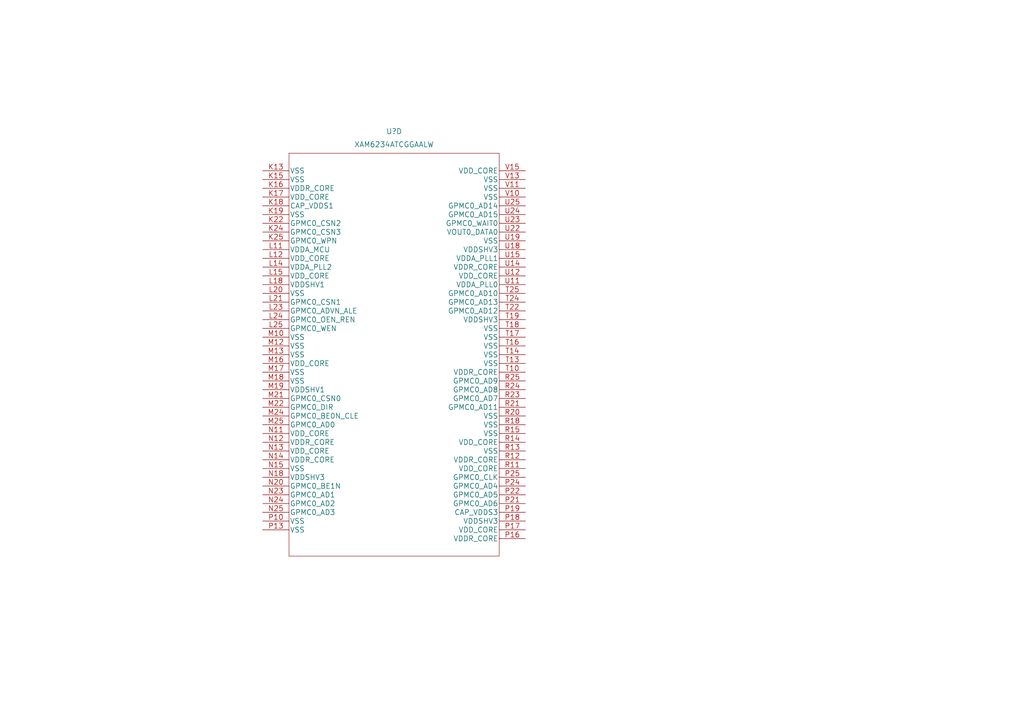
<source format=kicad_sch>
(kicad_sch (version 20211123) (generator eeschema)
  (paper "A4")
  (lib_symbols
    (symbol "XAM6234ATCGGAALW:XAM6234ATCGGAALW" (pin_names (offset 0.254))
      (property "Reference" "U" (at 45.72 10.16 0))
      (property "Value" "XAM6234ATCGGAALW" (at 45.72 7.62 0))
      (symbol "XAM6234ATCGGAALW_1_1"
        (polyline (pts (xy 7.62 -111.76) (xy 83.82 -111.76)) (stroke (width 0.127)))
        (polyline (pts (xy 7.62 5.08) (xy 7.62 -111.76)) (stroke (width 0.127)))
        (polyline (pts (xy 83.82 -111.76) (xy 83.82 5.08)) (stroke (width 0.127)))
        (polyline (pts (xy 83.82 5.08) (xy 7.62 5.08)) (stroke (width 0.127)))
        (pin power_in line (at 0 0 0) (length 7.62) (name "VSS") (number "A1"))
        (pin unspecified line (at 0 -2.54 0) (length 7.62) (name "RSVD1") (number "A2"))
        (pin output line (at 0 -5.08 0) (length 7.62) (name "MCU_OSC0_XO") (number "A3"))
        (pin bidirectional line (at 0 -7.62 0) (length 7.62) (name "WKUP_UART0_RTSN") (number "A4"))
        (pin bidirectional line (at 0 -10.16 0) (length 7.62) (name "MCU_UART0_TXD") (number "A5"))
        (pin bidirectional line (at 0 -12.7 0) (length 7.62) (name "MCU_UART0_CTSN") (number "A6"))
        (pin bidirectional line (at 0 -15.24 0) (length 7.62) (name "MCU_SPI0_CLK") (number "A7"))
        (pin bidirectional line (at 0 -17.78 0) (length 7.62) (name "MCU_I2C0_SCL") (number "A8"))
        (pin bidirectional line (at 0 -20.32 0) (length 7.62) (name "WKUP_I2C0_SDA") (number "A9"))
        (pin unspecified line (at 0 -22.86 0) (length 7.62) (name "RSVD0") (number "B1"))
        (pin input line (at 0 -25.4 0) (length 7.62) (name "MCU_OSC0_XI") (number "B2"))
        (pin bidirectional line (at 0 -27.94 0) (length 7.62) (name "MCU_MCAN0_RX") (number "B3"))
        (pin bidirectional line (at 0 -30.48 0) (length 7.62) (name "WKUP_UART0_RXD") (number "B4"))
        (pin bidirectional line (at 0 -33.02 0) (length 7.62) (name "MCU_UART0_RXD") (number "B5"))
        (pin bidirectional line (at 0 -35.56 0) (length 7.62) (name "MCU_UART0_RTSN") (number "B6"))
        (pin bidirectional line (at 0 -38.1 0) (length 7.62) (name "PMIC_LPM_EN0") (number "B7"))
        (pin bidirectional line (at 0 -40.64 0) (length 7.62) (name "MCU_SPI0_CS1") (number "B8"))
        (pin bidirectional line (at 0 -43.18 0) (length 7.62) (name "WKUP_I2C0_SCL") (number "B9"))
        (pin bidirectional line (at 0 -45.72 0) (length 7.62) (name "WKUP_LFOSC0_XO") (number "C1"))
        (pin input line (at 0 -48.26 0) (length 7.62) (name "WKUP_LFOSC0_XI") (number "C2"))
        (pin bidirectional line (at 0 -50.8 0) (length 7.62) (name "WKUP_UART0_TXD") (number "C5"))
        (pin bidirectional line (at 0 -53.34 0) (length 7.62) (name "WKUP_UART0_CTSN") (number "C6"))
        (pin bidirectional line (at 0 -55.88 0) (length 7.62) (name "MCU_SPI0_D1") (number "C9"))
        (pin bidirectional line (at 0 -58.42 0) (length 7.62) (name "MCU_ERRORN") (number "D1"))
        (pin bidirectional line (at 0 -60.96 0) (length 7.62) (name "MCU_PORZ") (number "D2"))
        (pin bidirectional line (at 0 -63.5 0) (length 7.62) (name "MCU_MCAN1_RX") (number "D4"))
        (pin bidirectional line (at 0 -66.04 0) (length 7.62) (name "MCU_MCAN0_TX") (number "D6"))
        (pin bidirectional line (at 0 -68.58 0) (length 7.62) (name "MCU_SPI0_D0") (number "D9"))
        (pin bidirectional line (at 0 -71.12 0) (length 7.62) (name "DDR0_DQS0") (number "E1"))
        (pin bidirectional line (at 0 -73.66 0) (length 7.62) (name "DDR0_DQS0_N") (number "E2"))
        (pin bidirectional line (at 0 -76.2 0) (length 7.62) (name "DDR0_DQ4") (number "E3"))
        (pin bidirectional line (at 0 -78.74 0) (length 7.62) (name "MCU_MCAN1_TX") (number "E5"))
        (pin unspecified line (at 0 -81.28 0) (length 7.62) (name "RSVD8") (number "E7"))
        (pin bidirectional line (at 0 -83.82 0) (length 7.62) (name "MCU_SPI0_CS0") (number "E8"))
        (pin bidirectional line (at 0 -86.36 0) (length 7.62) (name "DDR0_DQ7") (number "F1"))
        (pin bidirectional line (at 0 -88.9 0) (length 7.62) (name "DDR0_DQ6") (number "F2"))
        (pin bidirectional line (at 0 -91.44 0) (length 7.62) (name "DDR0_DQ2") (number "F3"))
        (pin bidirectional line (at 0 -93.98 0) (length 7.62) (name "DDR0_DQ0") (number "F4"))
        (pin unspecified line (at 0 -96.52 0) (length 7.62) (name "RSVD2") (number "F6"))
        (pin power_in line (at 0 -99.06 0) (length 7.62) (name "VDD_CANUART") (number "F8"))
        (pin output line (at 0 -101.6 0) (length 7.62) (name "DDR0_RESET0_N") (number "G1"))
        (pin bidirectional line (at 0 -104.14 0) (length 7.62) (name "DDR0_DQ5") (number "G2"))
        (pin bidirectional line (at 91.44 -106.68 180) (length 7.62) (name "DDR0_DQ1") (number "G5"))
        (pin power_in line (at 91.44 -104.14 180) (length 7.62) (name "VDDS_OSC0") (number "G7"))
        (pin unspecified line (at 91.44 -101.6 180) (length 7.62) (name "CAP_VDDS_CANUART") (number "G9"))
        (pin output line (at 91.44 -99.06 180) (length 7.62) (name "DDR0_ODT0") (number "H1"))
        (pin output line (at 91.44 -96.52 180) (length 7.62) (name "DDR0_CKE0") (number "H2"))
        (pin bidirectional line (at 91.44 -93.98 180) (length 7.62) (name "DDR0_DM0") (number "H5"))
        (pin bidirectional line (at 91.44 -91.44 180) (length 7.62) (name "DDR0_DQ3") (number "H6"))
        (pin power_in line (at 91.44 -88.9 180) (length 7.62) (name "VDD_CORE") (number "H8"))
        (pin power_in line (at 91.44 -86.36 180) (length 7.62) (name "VDDSHV_CANUART") (number "H9"))
        (pin output line (at 91.44 -83.82 180) (length 7.62) (name "DDR0_A0") (number "J1"))
        (pin output line (at 91.44 -81.28 180) (length 7.62) (name "DDR0_A1") (number "J2"))
        (pin output line (at 91.44 -78.74 180) (length 7.62) (name "DDR0_ODT1") (number "J3"))
        (pin output line (at 91.44 -76.2 180) (length 7.62) (name "DDR0_CKE1") (number "J4"))
        (pin power_in line (at 91.44 -73.66 180) (length 7.62) (name "VSS") (number "J7"))
        (pin power_in line (at 91.44 -71.12 180) (length 7.62) (name "VPP") (number "J8"))
        (pin output line (at 91.44 -68.58 180) (length 7.62) (name "DDR0_A5") (number "K1"))
        (pin output line (at 91.44 -66.04 180) (length 7.62) (name "DDR0_CS1_N") (number "K2"))
        (pin output line (at 91.44 -63.5 180) (length 7.62) (name "DDR0_A2") (number "K3"))
        (pin output line (at 91.44 -60.96 180) (length 7.62) (name "DDR0_A4") (number "K4"))
        (pin power_in line (at 91.44 -58.42 180) (length 7.62) (name "VSS") (number "K7"))
        (pin power_in line (at 91.44 -55.88 180) (length 7.62) (name "VDDS_DDR") (number "K9"))
        (pin output line (at 91.44 -53.34 180) (length 7.62) (name "DDR0_CK0") (number "L1"))
        (pin output line (at 91.44 -50.8 180) (length 7.62) (name "DDR0_CK0_N") (number "L2"))
        (pin output line (at 91.44 -48.26 180) (length 7.62) (name "DDR0_A3") (number "L5"))
        (pin output line (at 91.44 -45.72 180) (length 7.62) (name "DDR0_CS0_N") (number "L6"))
        (pin power_in line (at 91.44 -43.18 180) (length 7.62) (name "VDDS_DDR") (number "L8"))
        (pin output line (at 91.44 -40.64 180) (length 7.62) (name "DDR0_BA0") (number "M1"))
        (pin unspecified line (at 91.44 -38.1 180) (length 7.62) (name "DDR0_CAL0") (number "M2"))
        (pin output line (at 91.44 -35.56 180) (length 7.62) (name "DDR0_CAS_N") (number "M4"))
        (pin output line (at 91.44 -33.02 180) (length 7.62) (name "DDR0_RAS_N") (number "M5"))
        (pin power_in line (at 91.44 -30.48 180) (length 7.62) (name "VSS") (number "M7"))
        (pin power_in line (at 91.44 -27.94 180) (length 7.62) (name "VSS") (number "M8"))
        (pin power_in line (at 91.44 -25.4 180) (length 7.62) (name "VDDS_DDR_C") (number "M9"))
        (pin output line (at 91.44 -22.86 180) (length 7.62) (name "DDR0_BA1") (number "N1"))
        (pin output line (at 91.44 -20.32 180) (length 7.62) (name "DDR0_BG1") (number "N2"))
        (pin output line (at 91.44 -17.78 180) (length 7.62) (name "DDR0_WE_N") (number "N3"))
        (pin output line (at 91.44 -15.24 180) (length 7.62) (name "DDR0_ACT_N") (number "N6"))
        (pin power_in line (at 91.44 -12.7 180) (length 7.62) (name "VDD_CORE") (number "N8"))
        (pin output line (at 91.44 -10.16 180) (length 7.62) (name "DDR0_A8") (number "P1"))
        (pin output line (at 91.44 -7.62 180) (length 7.62) (name "DDR0_A7") (number "P2"))
        (pin output line (at 91.44 -5.08 180) (length 7.62) (name "DDR0_A9") (number "P4"))
        (pin output line (at 91.44 -2.54 180) (length 7.62) (name "DDR0_A11") (number "P5"))
        (pin power_in line (at 91.44 0 180) (length 7.62) (name "VSS") (number "P7"))
      )
      (symbol "XAM6234ATCGGAALW_2_1"
        (polyline (pts (xy 7.62 -111.76) (xy 73.66 -111.76)) (stroke (width 0.127)))
        (polyline (pts (xy 7.62 5.08) (xy 7.62 -111.76)) (stroke (width 0.127)))
        (polyline (pts (xy 73.66 -111.76) (xy 73.66 5.08)) (stroke (width 0.127)))
        (polyline (pts (xy 73.66 5.08) (xy 7.62 5.08)) (stroke (width 0.127)))
        (pin input line (at 0 -91.44 0) (length 7.62) (name "TCK") (number "A10"))
        (pin input line (at 0 -93.98 0) (length 7.62) (name "TDI") (number "A11"))
        (pin bidirectional line (at 0 -96.52 0) (length 7.62) (name "WKUP_CLKOUT0") (number "A12"))
        (pin bidirectional line (at 0 -99.06 0) (length 7.62) (name "SPI0_CS0") (number "A13"))
        (pin bidirectional line (at 0 -101.6 0) (length 7.62) (name "SPI0_CLK") (number "A14"))
        (pin bidirectional line (at 0 -104.14 0) (length 7.62) (name "UART0_CTSN") (number "A15"))
        (pin bidirectional line (at 81.28 -106.68 180) (length 7.62) (name "I2C0_SDA") (number "A16"))
        (pin bidirectional line (at 81.28 -104.14 180) (length 7.62) (name "I2C1_SDA") (number "A17"))
        (pin bidirectional line (at 81.28 -101.6 180) (length 7.62) (name "EXT_REFCLK1") (number "A18"))
        (pin bidirectional line (at 81.28 -99.06 180) (length 7.62) (name "MCASP0_AXR2") (number "A19"))
        (pin bidirectional line (at 81.28 -96.52 180) (length 7.62) (name "MCASP0_ACLKR") (number "A20"))
        (pin bidirectional line (at 81.28 -93.98 180) (length 7.62) (name "MMC1_CMD") (number "A21"))
        (pin bidirectional line (at 81.28 -91.44 180) (length 7.62) (name "MMC1_DAT0") (number "A22"))
        (pin bidirectional line (at 81.28 -88.9 180) (length 7.62) (name "MMC2_SDCD") (number "A23"))
        (pin power_in line (at 81.28 -86.36 180) (length 7.62) (name "VSS") (number "A24"))
        (pin power_in line (at 81.28 -83.82 180) (length 7.62) (name "VSS") (number "A25"))
        (pin bidirectional line (at 81.28 -81.28 180) (length 7.62) (name "MMC0_DAT1") (number "AA1"))
        (pin bidirectional line (at 81.28 -78.74 180) (length 7.62) (name "MMC0_DAT0") (number "AA2"))
        (pin bidirectional line (at 81.28 -76.2 180) (length 7.62) (name "MMC0_DAT2") (number "AA3"))
        (pin bidirectional line (at 81.28 -73.66 180) (length 7.62) (name "OLDI0_A0N") (number "AA5"))
        (pin bidirectional line (at 81.28 -71.12 180) (length 7.62) (name "OLDI0_A3P") (number "AA7"))
        (pin bidirectional line (at 81.28 -68.58 180) (length 7.62) (name "OLDI0_A2P") (number "AA8"))
        (pin bidirectional line (at 81.28 -66.04 180) (length 7.62) (name "MMC0_CLK") (number "AB1"))
        (pin bidirectional line (at 81.28 -63.5 180) (length 7.62) (name "MMC0_DAT4") (number "AB2"))
        (pin bidirectional line (at 81.28 -60.96 180) (length 7.62) (name "OLDI0_A1P") (number "AB4"))
        (pin bidirectional line (at 81.28 -58.42 180) (length 7.62) (name "OLDI0_A3N") (number "AB6"))
        (pin power_in line (at 81.28 -55.88 180) (length 7.62) (name "VSS") (number "AB9"))
        (pin bidirectional line (at 81.28 -53.34 180) (length 7.62) (name "MMC0_DAT5") (number "AC1"))
        (pin bidirectional line (at 81.28 -50.8 180) (length 7.62) (name "MMC0_DAT7") (number "AC2"))
        (pin bidirectional line (at 81.28 -48.26 180) (length 7.62) (name "OLDI0_A4P") (number "AC5"))
        (pin bidirectional line (at 81.28 -45.72 180) (length 7.62) (name "OLDI0_A4N") (number "AC6"))
        (pin bidirectional line (at 81.28 -43.18 180) (length 7.62) (name "USB1_RCALIB") (number "AC9"))
        (pin power_in line (at 81.28 -40.64 180) (length 7.62) (name "VSS") (number "AD1"))
        (pin bidirectional line (at 81.28 -38.1 180) (length 7.62) (name "MMC0_DAT6") (number "AD2"))
        (pin bidirectional line (at 81.28 -35.56 180) (length 7.62) (name "OLDI0_A1N") (number "AD3"))
        (pin bidirectional line (at 81.28 -33.02 180) (length 7.62) (name "OLDI0_CLK0N") (number "AD4"))
        (pin bidirectional line (at 81.28 -30.48 180) (length 7.62) (name "OLDI0_CLK1P") (number "AD5"))
        (pin bidirectional line (at 81.28 -27.94 180) (length 7.62) (name "OLDI0_A5P") (number "AD6"))
        (pin bidirectional line (at 81.28 -25.4 180) (length 7.62) (name "OLDI0_A6P") (number "AD7"))
        (pin bidirectional line (at 81.28 -22.86 180) (length 7.62) (name "OLDI0_A7N") (number "AD8"))
        (pin power_in line (at 81.28 -20.32 180) (length 7.62) (name "VSS") (number "AD9"))
        (pin power_in line (at 81.28 -17.78 180) (length 7.62) (name "VSS") (number "AE1"))
        (pin unspecified line (at 81.28 -15.24 180) (length 7.62) (name "RSVD3") (number "AE2"))
        (pin bidirectional line (at 81.28 -12.7 180) (length 7.62) (name "OLDI0_CLK0P") (number "AE3"))
        (pin bidirectional line (at 81.28 -10.16 180) (length 7.62) (name "OLDI0_CLK1N") (number "AE4"))
        (pin bidirectional line (at 81.28 -7.62 180) (length 7.62) (name "OLDI0_A5N") (number "AE5"))
        (pin bidirectional line (at 81.28 -5.08 180) (length 7.62) (name "OLDI0_A6N") (number "AE6"))
        (pin bidirectional line (at 81.28 -2.54 180) (length 7.62) (name "OLDI0_A7P") (number "AE7"))
        (pin power_in line (at 81.28 0 180) (length 7.62) (name "VSS") (number "AE8"))
        (pin power_in line (at 0 0 0) (length 7.62) (name "VDDS_DDR") (number "P9"))
        (pin output line (at 0 -2.54 0) (length 7.62) (name "DDR0_A13") (number "R1"))
        (pin output line (at 0 -5.08 0) (length 7.62) (name "DDR0_A6") (number "R2"))
        (pin bidirectional line (at 0 -7.62 0) (length 7.62) (name "DDR0_ALERT_N") (number "R3"))
        (pin output line (at 0 -10.16 0) (length 7.62) (name "DDR0_A10") (number "R5"))
        (pin output line (at 0 -12.7 0) (length 7.62) (name "DDR0_A12") (number "R6"))
        (pin power_in line (at 0 -15.24 0) (length 7.62) (name "VDDS_DDR") (number "R8"))
        (pin output line (at 0 -17.78 0) (length 7.62) (name "DDR0_PAR") (number "T1"))
        (pin unspecified line (at 0 -20.32 0) (length 7.62) (name "RSVD4") (number "T2"))
        (pin output line (at 0 -22.86 0) (length 7.62) (name "DDR0_BG0") (number "T4"))
        (pin power_in line (at 0 -25.4 0) (length 7.62) (name "VDDSHV4") (number "T7"))
        (pin power_in line (at 0 -27.94 0) (length 7.62) (name "VSS") (number "T8"))
        (pin power_in line (at 0 -30.48 0) (length 7.62) (name "VDDA_TEMP0") (number "T9"))
        (pin bidirectional line (at 0 -33.02 0) (length 7.62) (name "DDR0_DQ8") (number "U1"))
        (pin bidirectional line (at 0 -35.56 0) (length 7.62) (name "DDR0_DQ10") (number "U2"))
        (pin bidirectional line (at 0 -38.1 0) (length 7.62) (name "DDR0_DQ9") (number "U3"))
        (pin unspecified line (at 0 -40.64 0) (length 7.62) (name "RSVD5") (number "U4"))
        (pin unspecified line (at 0 -43.18 0) (length 7.62) (name "CAP_VDDS4") (number "U7"))
        (pin power_in line (at 0 -45.72 0) (length 7.62) (name "VSS") (number "U8"))
        (pin bidirectional line (at 0 -48.26 0) (length 7.62) (name "DDR0_DQS1") (number "V1"))
        (pin bidirectional line (at 0 -50.8 0) (length 7.62) (name "DDR0_DQS1_N") (number "V2"))
        (pin bidirectional line (at 0 -53.34 0) (length 7.62) (name "DDR0_DQ11") (number "V5"))
        (pin bidirectional line (at 0 -55.88 0) (length 7.62) (name "DDR0_DQ13") (number "V6"))
        (pin power_in line (at 0 -58.42 0) (length 7.62) (name "VDD_CORE") (number "V8"))
        (pin power_in line (at 0 -60.96 0) (length 7.62) (name "VSS") (number "V9"))
        (pin bidirectional line (at 0 -63.5 0) (length 7.62) (name "DDR0_DQ15") (number "W1"))
        (pin bidirectional line (at 0 -66.04 0) (length 7.62) (name "DDR0_DQ12") (number "W2"))
        (pin bidirectional line (at 0 -68.58 0) (length 7.62) (name "DDR0_DM1") (number "W5"))
        (pin power_in line (at 0 -71.12 0) (length 7.62) (name "VSS") (number "W7"))
        (pin power_in line (at 0 -73.66 0) (length 7.62) (name "VDDA_1P8_OLDI0") (number "W9"))
        (pin bidirectional line (at 0 -76.2 0) (length 7.62) (name "DDR0_DQ14") (number "Y1"))
        (pin power_in line (at 0 -78.74 0) (length 7.62) (name "VSS") (number "Y2"))
        (pin bidirectional line (at 0 -81.28 0) (length 7.62) (name "MMC0_CMD") (number "Y3"))
        (pin bidirectional line (at 0 -83.82 0) (length 7.62) (name "MMC0_DAT3") (number "Y4"))
        (pin bidirectional line (at 0 -86.36 0) (length 7.62) (name "OLDI0_A0P") (number "Y6"))
        (pin bidirectional line (at 0 -88.9 0) (length 7.62) (name "OLDI0_A2N") (number "Y8"))
      )
      (symbol "XAM6234ATCGGAALW_3_1"
        (polyline (pts (xy 7.62 -111.76) (xy 73.66 -111.76)) (stroke (width 0.127)))
        (polyline (pts (xy 7.62 5.08) (xy 7.62 -111.76)) (stroke (width 0.127)))
        (polyline (pts (xy 73.66 -111.76) (xy 73.66 5.08)) (stroke (width 0.127)))
        (polyline (pts (xy 73.66 5.08) (xy 7.62 5.08)) (stroke (width 0.127)))
        (pin bidirectional line (at 0 0 0) (length 7.62) (name "USB1_DP") (number "AE9"))
        (pin input line (at 0 -2.54 0) (length 7.62) (name "TRSTN") (number "B10"))
        (pin input line (at 0 -5.08 0) (length 7.62) (name "TMS") (number "B11"))
        (pin bidirectional line (at 0 -7.62 0) (length 7.62) (name "MCU_RESETSTATZ") (number "B12"))
        (pin bidirectional line (at 0 -10.16 0) (length 7.62) (name "SPI0_D0") (number "B13"))
        (pin bidirectional line (at 0 -12.7 0) (length 7.62) (name "SPI0_D1") (number "B14"))
        (pin bidirectional line (at 0 -15.24 0) (length 7.62) (name "UART0_RTSN") (number "B15"))
        (pin bidirectional line (at 0 -17.78 0) (length 7.62) (name "I2C0_SCL") (number "B16"))
        (pin bidirectional line (at 0 -20.32 0) (length 7.62) (name "I2C1_SCL") (number "B17"))
        (pin bidirectional line (at 0 -22.86 0) (length 7.62) (name "MCASP0_AXR1") (number "B18"))
        (pin bidirectional line (at 0 -25.4 0) (length 7.62) (name "MCASP0_AXR3") (number "B19"))
        (pin bidirectional line (at 0 -27.94 0) (length 7.62) (name "MCASP0_ACLKX") (number "B20"))
        (pin bidirectional line (at 0 -30.48 0) (length 7.62) (name "MMC1_DAT1") (number "B21"))
        (pin bidirectional line (at 0 -33.02 0) (length 7.62) (name "MMC1_CLK") (number "B22"))
        (pin bidirectional line (at 0 -35.56 0) (length 7.62) (name "MMC2_SDWP") (number "B23"))
        (pin bidirectional line (at 0 -38.1 0) (length 7.62) (name "MMC2_DAT0") (number "B24"))
        (pin power_in line (at 0 -40.64 0) (length 7.62) (name "VSS") (number "B25"))
        (pin bidirectional line (at 0 -43.18 0) (length 7.62) (name "EMU1") (number "C11"))
        (pin bidirectional line (at 0 -45.72 0) (length 7.62) (name "SPI0_CS1") (number "C13"))
        (pin bidirectional line (at 0 -48.26 0) (length 7.62) (name "MCAN0_TX") (number "C15"))
        (pin bidirectional line (at 0 -50.8 0) (length 7.62) (name "MMC1_SDWP") (number "C17"))
        (pin bidirectional line (at 0 -53.34 0) (length 7.62) (name "USB0_DRVVBUS") (number "C20"))
        (pin bidirectional line (at 0 -55.88 0) (length 7.62) (name "MMC1_DAT2") (number "C21"))
        (pin bidirectional line (at 0 -58.42 0) (length 7.62) (name "MMC2_CMD") (number "C24"))
        (pin bidirectional line (at 0 -60.96 0) (length 7.62) (name "MMC2_DAT1") (number "C25"))
        (pin bidirectional line (at 0 -63.5 0) (length 7.62) (name "MCU_I2C0_SDA") (number "D10"))
        (pin output line (at 0 -66.04 0) (length 7.62) (name "TDO") (number "D12"))
        (pin bidirectional line (at 0 -68.58 0) (length 7.62) (name "UART0_RXD") (number "D14"))
        (pin bidirectional line (at 0 -71.12 0) (length 7.62) (name "EXTINTN") (number "D16"))
        (pin bidirectional line (at 0 -73.66 0) (length 7.62) (name "MMC1_SDCD") (number "D17"))
        (pin bidirectional line (at 0 -76.2 0) (length 7.62) (name "MCASP0_AFSX") (number "D20"))
        (pin bidirectional line (at 0 -78.74 0) (length 7.62) (name "MMC1_DAT3") (number "D22"))
        (pin bidirectional line (at 0 -81.28 0) (length 7.62) (name "MMC2_DAT3") (number "D24"))
        (pin bidirectional line (at 0 -83.82 0) (length 7.62) (name "MMC2_CLK") (number "D25"))
        (pin bidirectional line (at 0 -86.36 0) (length 7.62) (name "MCU_RESETZ") (number "E11"))
        (pin bidirectional line (at 0 -88.9 0) (length 7.62) (name "EMU0") (number "E12"))
        (pin bidirectional line (at 0 -91.44 0) (length 7.62) (name "UART0_TXD") (number "E14"))
        (pin bidirectional line (at 0 -93.98 0) (length 7.62) (name "MCAN0_RX") (number "E15"))
        (pin bidirectional line (at 0 -96.52 0) (length 7.62) (name "MCASP0_AXR0") (number "E18"))
        (pin bidirectional line (at 0 -99.06 0) (length 7.62) (name "MCASP0_AFSR") (number "E19"))
        (pin output line (at 0 -101.6 0) (length 7.62) (name "PORZ_OUT") (number "E21"))
        (pin bidirectional line (at 0 -104.14 0) (length 7.62) (name "MMC2_DAT2") (number "E23"))
        (pin bidirectional line (at 81.28 -106.68 180) (length 7.62) (name "OSPI0_CSN3") (number "E24"))
        (pin bidirectional line (at 81.28 -104.14 180) (length 7.62) (name "OSPI0_D0") (number "E25"))
        (pin power_in line (at 81.28 -101.6 180) (length 7.62) (name "VDDSHV_MCU") (number "F11"))
        (pin power_in line (at 81.28 -99.06 180) (length 7.62) (name "VSS") (number "F13"))
        (pin power_in line (at 81.28 -96.52 180) (length 7.62) (name "VDDSHV0") (number "F15"))
        (pin bidirectional line (at 81.28 -93.98 180) (length 7.62) (name "USB1_DRVVBUS") (number "F18"))
        (pin input line (at 81.28 -91.44 180) (length 7.62) (name "RESET_REQZ") (number "F20"))
        (pin output line (at 81.28 -88.9 180) (length 7.62) (name "RESETSTATZ") (number "F22"))
        (pin bidirectional line (at 81.28 -86.36 180) (length 7.62) (name "OSPI0_CSN0") (number "F23"))
        (pin bidirectional line (at 81.28 -83.82 180) (length 7.62) (name "OSPI0_D3") (number "F24"))
        (pin bidirectional line (at 81.28 -81.28 180) (length 7.62) (name "OSPI0_D2") (number "F25"))
        (pin unspecified line (at 81.28 -78.74 180) (length 7.62) (name "VMON_1P8_SOC") (number "G10"))
        (pin power_in line (at 81.28 -76.2 180) (length 7.62) (name "VDDSHV_MCU") (number "G12"))
        (pin power_in line (at 81.28 -73.66 180) (length 7.62) (name "VSS") (number "G13"))
        (pin power_in line (at 81.28 -71.12 180) (length 7.62) (name "VDDSHV0") (number "G14"))
        (pin power_in line (at 81.28 -68.58 180) (length 7.62) (name "VDDA_TEMP1") (number "G16"))
        (pin power_in line (at 81.28 -66.04 180) (length 7.62) (name "VDDSHV5") (number "G17"))
        (pin power_in line (at 81.28 -63.5 180) (length 7.62) (name "VSS") (number "G19"))
        (pin bidirectional line (at 81.28 -60.96 180) (length 7.62) (name "OSPI0_CSN1") (number "G21"))
        (pin bidirectional line (at 81.28 -58.42 180) (length 7.62) (name "OSPI0_D1") (number "G24"))
        (pin bidirectional line (at 81.28 -55.88 180) (length 7.62) (name "OSPI0_LBCLKO") (number "G25"))
        (pin unspecified line (at 81.28 -53.34 180) (length 7.62) (name "VMON_VSYS") (number "H10"))
        (pin unspecified line (at 81.28 -50.8 180) (length 7.62) (name "CAP_VDDS_MCU") (number "H11"))
        (pin power_in line (at 81.28 -48.26 180) (length 7.62) (name "VSS") (number "H13"))
        (pin unspecified line (at 81.28 -45.72 180) (length 7.62) (name "CAP_VDDS0") (number "H15"))
        (pin power_in line (at 81.28 -43.18 180) (length 7.62) (name "VSS") (number "H16"))
        (pin unspecified line (at 81.28 -40.64 180) (length 7.62) (name "CAP_VDDS5") (number "H17"))
        (pin power_in line (at 81.28 -38.1 180) (length 7.62) (name "VSS") (number "H18"))
        (pin power_in line (at 81.28 -35.56 180) (length 7.62) (name "VSS") (number "H20"))
        (pin bidirectional line (at 81.28 -33.02 180) (length 7.62) (name "OSPI0_CSN2") (number "H21"))
        (pin bidirectional line (at 81.28 -30.48 180) (length 7.62) (name "OSPI0_CLK") (number "H24"))
        (pin bidirectional line (at 81.28 -27.94 180) (length 7.62) (name "OSPI0_D6") (number "H25"))
        (pin power_in line (at 81.28 -25.4 180) (length 7.62) (name "VDD_CORE") (number "J11"))
        (pin power_in line (at 81.28 -22.86 180) (length 7.62) (name "VDDR_CORE") (number "J12"))
        (pin power_in line (at 81.28 -20.32 180) (length 7.62) (name "VSS") (number "J13"))
        (pin power_in line (at 81.28 -17.78 180) (length 7.62) (name "VDD_CORE") (number "J14"))
        (pin power_in line (at 81.28 -15.24 180) (length 7.62) (name "VDDSHV6") (number "J18"))
        (pin unspecified line (at 81.28 -12.7 180) (length 7.62) (name "CAP_VDDS6") (number "J19"))
        (pin bidirectional line (at 81.28 -10.16 180) (length 7.62) (name "OSPI0_D7") (number "J22"))
        (pin bidirectional line (at 81.28 -7.62 180) (length 7.62) (name "OSPI0_D4") (number "J23"))
        (pin bidirectional line (at 81.28 -5.08 180) (length 7.62) (name "OSPI0_DQS") (number "J24"))
        (pin bidirectional line (at 81.28 -2.54 180) (length 7.62) (name "OSPI0_D5") (number "J25"))
        (pin unspecified line (at 81.28 0 180) (length 7.62) (name "VMON_3P3_SOC") (number "K10"))
      )
      (symbol "XAM6234ATCGGAALW_4_1"
        (polyline (pts (xy 7.62 -111.76) (xy 68.58 -111.76)) (stroke (width 0.127)))
        (polyline (pts (xy 7.62 5.08) (xy 7.62 -111.76)) (stroke (width 0.127)))
        (polyline (pts (xy 68.58 -111.76) (xy 68.58 5.08)) (stroke (width 0.127)))
        (polyline (pts (xy 68.58 5.08) (xy 7.62 5.08)) (stroke (width 0.127)))
        (pin power_in line (at 0 0 0) (length 7.62) (name "VSS") (number "K13"))
        (pin power_in line (at 0 -2.54 0) (length 7.62) (name "VSS") (number "K15"))
        (pin power_in line (at 0 -5.08 0) (length 7.62) (name "VDDR_CORE") (number "K16"))
        (pin power_in line (at 0 -7.62 0) (length 7.62) (name "VDD_CORE") (number "K17"))
        (pin unspecified line (at 0 -10.16 0) (length 7.62) (name "CAP_VDDS1") (number "K18"))
        (pin power_in line (at 0 -12.7 0) (length 7.62) (name "VSS") (number "K19"))
        (pin bidirectional line (at 0 -15.24 0) (length 7.62) (name "GPMC0_CSN2") (number "K22"))
        (pin bidirectional line (at 0 -17.78 0) (length 7.62) (name "GPMC0_CSN3") (number "K24"))
        (pin bidirectional line (at 0 -20.32 0) (length 7.62) (name "GPMC0_WPN") (number "K25"))
        (pin power_in line (at 0 -22.86 0) (length 7.62) (name "VDDA_MCU") (number "L11"))
        (pin power_in line (at 0 -25.4 0) (length 7.62) (name "VDD_CORE") (number "L12"))
        (pin power_in line (at 0 -27.94 0) (length 7.62) (name "VDDA_PLL2") (number "L14"))
        (pin power_in line (at 0 -30.48 0) (length 7.62) (name "VDD_CORE") (number "L15"))
        (pin power_in line (at 0 -33.02 0) (length 7.62) (name "VDDSHV1") (number "L18"))
        (pin power_in line (at 0 -35.56 0) (length 7.62) (name "VSS") (number "L20"))
        (pin bidirectional line (at 0 -38.1 0) (length 7.62) (name "GPMC0_CSN1") (number "L21"))
        (pin bidirectional line (at 0 -40.64 0) (length 7.62) (name "GPMC0_ADVN_ALE") (number "L23"))
        (pin bidirectional line (at 0 -43.18 0) (length 7.62) (name "GPMC0_OEN_REN") (number "L24"))
        (pin bidirectional line (at 0 -45.72 0) (length 7.62) (name "GPMC0_WEN") (number "L25"))
        (pin power_in line (at 0 -48.26 0) (length 7.62) (name "VSS") (number "M10"))
        (pin power_in line (at 0 -50.8 0) (length 7.62) (name "VSS") (number "M12"))
        (pin power_in line (at 0 -53.34 0) (length 7.62) (name "VSS") (number "M13"))
        (pin power_in line (at 0 -55.88 0) (length 7.62) (name "VDD_CORE") (number "M16"))
        (pin power_in line (at 0 -58.42 0) (length 7.62) (name "VSS") (number "M17"))
        (pin power_in line (at 0 -60.96 0) (length 7.62) (name "VSS") (number "M18"))
        (pin power_in line (at 0 -63.5 0) (length 7.62) (name "VDDSHV1") (number "M19"))
        (pin bidirectional line (at 0 -66.04 0) (length 7.62) (name "GPMC0_CSN0") (number "M21"))
        (pin bidirectional line (at 0 -68.58 0) (length 7.62) (name "GPMC0_DIR") (number "M22"))
        (pin bidirectional line (at 0 -71.12 0) (length 7.62) (name "GPMC0_BE0N_CLE") (number "M24"))
        (pin bidirectional line (at 0 -73.66 0) (length 7.62) (name "GPMC0_AD0") (number "M25"))
        (pin power_in line (at 0 -76.2 0) (length 7.62) (name "VDD_CORE") (number "N11"))
        (pin power_in line (at 0 -78.74 0) (length 7.62) (name "VDDR_CORE") (number "N12"))
        (pin power_in line (at 0 -81.28 0) (length 7.62) (name "VDD_CORE") (number "N13"))
        (pin power_in line (at 0 -83.82 0) (length 7.62) (name "VDDR_CORE") (number "N14"))
        (pin power_in line (at 0 -86.36 0) (length 7.62) (name "VSS") (number "N15"))
        (pin power_in line (at 0 -88.9 0) (length 7.62) (name "VDDSHV3") (number "N18"))
        (pin bidirectional line (at 0 -91.44 0) (length 7.62) (name "GPMC0_BE1N") (number "N20"))
        (pin bidirectional line (at 0 -93.98 0) (length 7.62) (name "GPMC0_AD1") (number "N23"))
        (pin bidirectional line (at 0 -96.52 0) (length 7.62) (name "GPMC0_AD2") (number "N24"))
        (pin bidirectional line (at 0 -99.06 0) (length 7.62) (name "GPMC0_AD3") (number "N25"))
        (pin power_in line (at 0 -101.6 0) (length 7.62) (name "VSS") (number "P10"))
        (pin power_in line (at 0 -104.14 0) (length 7.62) (name "VSS") (number "P13"))
        (pin power_in line (at 76.2 -106.68 180) (length 7.62) (name "VDDR_CORE") (number "P16"))
        (pin power_in line (at 76.2 -104.14 180) (length 7.62) (name "VDD_CORE") (number "P17"))
        (pin power_in line (at 76.2 -101.6 180) (length 7.62) (name "VDDSHV3") (number "P18"))
        (pin unspecified line (at 76.2 -99.06 180) (length 7.62) (name "CAP_VDDS3") (number "P19"))
        (pin bidirectional line (at 76.2 -96.52 180) (length 7.62) (name "GPMC0_AD6") (number "P21"))
        (pin bidirectional line (at 76.2 -93.98 180) (length 7.62) (name "GPMC0_AD5") (number "P22"))
        (pin bidirectional line (at 76.2 -91.44 180) (length 7.62) (name "GPMC0_AD4") (number "P24"))
        (pin bidirectional line (at 76.2 -88.9 180) (length 7.62) (name "GPMC0_CLK") (number "P25"))
        (pin power_in line (at 76.2 -86.36 180) (length 7.62) (name "VDD_CORE") (number "R11"))
        (pin power_in line (at 76.2 -83.82 180) (length 7.62) (name "VDDR_CORE") (number "R12"))
        (pin power_in line (at 76.2 -81.28 180) (length 7.62) (name "VSS") (number "R13"))
        (pin power_in line (at 76.2 -78.74 180) (length 7.62) (name "VDD_CORE") (number "R14"))
        (pin power_in line (at 76.2 -76.2 180) (length 7.62) (name "VSS") (number "R15"))
        (pin power_in line (at 76.2 -73.66 180) (length 7.62) (name "VSS") (number "R18"))
        (pin power_in line (at 76.2 -71.12 180) (length 7.62) (name "VSS") (number "R20"))
        (pin bidirectional line (at 76.2 -68.58 180) (length 7.62) (name "GPMC0_AD11") (number "R21"))
        (pin bidirectional line (at 76.2 -66.04 180) (length 7.62) (name "GPMC0_AD7") (number "R23"))
        (pin bidirectional line (at 76.2 -63.5 180) (length 7.62) (name "GPMC0_AD8") (number "R24"))
        (pin bidirectional line (at 76.2 -60.96 180) (length 7.62) (name "GPMC0_AD9") (number "R25"))
        (pin power_in line (at 76.2 -58.42 180) (length 7.62) (name "VDDR_CORE") (number "T10"))
        (pin power_in line (at 76.2 -55.88 180) (length 7.62) (name "VSS") (number "T13"))
        (pin power_in line (at 76.2 -53.34 180) (length 7.62) (name "VSS") (number "T14"))
        (pin power_in line (at 76.2 -50.8 180) (length 7.62) (name "VSS") (number "T16"))
        (pin power_in line (at 76.2 -48.26 180) (length 7.62) (name "VSS") (number "T17"))
        (pin power_in line (at 76.2 -45.72 180) (length 7.62) (name "VSS") (number "T18"))
        (pin power_in line (at 76.2 -43.18 180) (length 7.62) (name "VDDSHV3") (number "T19"))
        (pin bidirectional line (at 76.2 -40.64 180) (length 7.62) (name "GPMC0_AD12") (number "T22"))
        (pin bidirectional line (at 76.2 -38.1 180) (length 7.62) (name "GPMC0_AD13") (number "T24"))
        (pin bidirectional line (at 76.2 -35.56 180) (length 7.62) (name "GPMC0_AD10") (number "T25"))
        (pin power_in line (at 76.2 -33.02 180) (length 7.62) (name "VDDA_PLL0") (number "U11"))
        (pin power_in line (at 76.2 -30.48 180) (length 7.62) (name "VDD_CORE") (number "U12"))
        (pin power_in line (at 76.2 -27.94 180) (length 7.62) (name "VDDR_CORE") (number "U14"))
        (pin power_in line (at 76.2 -25.4 180) (length 7.62) (name "VDDA_PLL1") (number "U15"))
        (pin power_in line (at 76.2 -22.86 180) (length 7.62) (name "VDDSHV3") (number "U18"))
        (pin power_in line (at 76.2 -20.32 180) (length 7.62) (name "VSS") (number "U19"))
        (pin bidirectional line (at 76.2 -17.78 180) (length 7.62) (name "VOUT0_DATA0") (number "U22"))
        (pin bidirectional line (at 76.2 -15.24 180) (length 7.62) (name "GPMC0_WAIT0") (number "U23"))
        (pin bidirectional line (at 76.2 -12.7 180) (length 7.62) (name "GPMC0_AD15") (number "U24"))
        (pin bidirectional line (at 76.2 -10.16 180) (length 7.62) (name "GPMC0_AD14") (number "U25"))
        (pin power_in line (at 76.2 -7.62 180) (length 7.62) (name "VSS") (number "V10"))
        (pin power_in line (at 76.2 -5.08 180) (length 7.62) (name "VSS") (number "V11"))
        (pin power_in line (at 76.2 -2.54 180) (length 7.62) (name "VSS") (number "V13"))
        (pin power_in line (at 76.2 0 180) (length 7.62) (name "VDD_CORE") (number "V15"))
      )
      (symbol "XAM6234ATCGGAALW_5_1"
        (polyline (pts (xy 7.62 -111.76) (xy 78.74 -111.76)) (stroke (width 0.127)))
        (polyline (pts (xy 7.62 5.08) (xy 7.62 -111.76)) (stroke (width 0.127)))
        (polyline (pts (xy 78.74 -111.76) (xy 78.74 5.08)) (stroke (width 0.127)))
        (polyline (pts (xy 78.74 5.08) (xy 7.62 5.08)) (stroke (width 0.127)))
        (pin power_in line (at 0 -66.04 0) (length 7.62) (name "VSS") (number "AA11"))
        (pin unspecified line (at 0 -68.58 0) (length 7.62) (name "RSVD6") (number "AA12"))
        (pin unspecified line (at 0 -71.12 0) (length 7.62) (name "CSI0_RXRCALIB") (number "AA14"))
        (pin bidirectional line (at 0 -73.66 0) (length 7.62) (name "RGMII1_RD3") (number "AA15"))
        (pin bidirectional line (at 0 -76.2 0) (length 7.62) (name "RGMII2_TD1") (number "AA18"))
        (pin bidirectional line (at 0 -78.74 0) (length 7.62) (name "RGMII2_TX_CTL") (number "AA19"))
        (pin bidirectional line (at 0 -81.28 0) (length 7.62) (name "VOUT0_DATA15") (number "AA21"))
        (pin bidirectional line (at 0 -83.82 0) (length 7.62) (name "VOUT0_DATA11") (number "AA23"))
        (pin bidirectional line (at 0 -86.36 0) (length 7.62) (name "VOUT0_DATA13") (number "AA24"))
        (pin bidirectional line (at 0 -88.9 0) (length 7.62) (name "VOUT0_DATA7") (number "AA25"))
        (pin unspecified line (at 0 -91.44 0) (length 7.62) (name "USB1_VBUS") (number "AB10"))
        (pin input line (at 0 -93.98 0) (length 7.62) (name "CSI0_RXN3") (number "AB12"))
        (pin input line (at 0 -96.52 0) (length 7.62) (name "CSI0_RXN0") (number "AB14"))
        (pin bidirectional line (at 0 -99.06 0) (length 7.62) (name "RGMII1_RD2") (number "AB16"))
        (pin bidirectional line (at 0 -101.6 0) (length 7.62) (name "RGMII1_RD0") (number "AB17"))
        (pin bidirectional line (at 0 -104.14 0) (length 7.62) (name "RGMII2_RD1") (number "AB20"))
        (pin bidirectional line (at 86.36 -106.68 180) (length 7.62) (name "MDIO0_MDIO") (number "AB22"))
        (pin bidirectional line (at 86.36 -104.14 180) (length 7.62) (name "VOUT0_HSYNC") (number "AB24"))
        (pin bidirectional line (at 86.36 -101.6 180) (length 7.62) (name "VOUT0_DATA12") (number "AB25"))
        (pin unspecified line (at 86.36 -99.06 180) (length 7.62) (name "USB0_VBUS") (number "AC11"))
        (pin input line (at 86.36 -96.52 180) (length 7.62) (name "CSI0_RXP3") (number "AC13"))
        (pin input line (at 86.36 -93.98 180) (length 7.62) (name "CSI0_RXP0") (number "AC15"))
        (pin bidirectional line (at 86.36 -91.44 180) (length 7.62) (name "RGMII1_RD1") (number "AC17"))
        (pin bidirectional line (at 86.36 -88.9 180) (length 7.62) (name "RGMII2_TD3") (number "AC20"))
        (pin bidirectional line (at 86.36 -86.36 180) (length 7.62) (name "RGMII2_RD2") (number "AC21"))
        (pin bidirectional line (at 86.36 -83.82 180) (length 7.62) (name "VOUT0_PCLK") (number "AC24"))
        (pin bidirectional line (at 86.36 -81.28 180) (length 7.62) (name "VOUT0_VSYNC") (number "AC25"))
        (pin bidirectional line (at 86.36 -78.74 180) (length 7.62) (name "USB1_DM") (number "AD10"))
        (pin bidirectional line (at 86.36 -76.2 180) (length 7.62) (name "USB0_DP") (number "AD11"))
        (pin power_in line (at 86.36 -73.66 180) (length 7.62) (name "VSS") (number "AD12"))
        (pin input line (at 86.36 -71.12 180) (length 7.62) (name "CSI0_RXN2") (number "AD13"))
        (pin input line (at 86.36 -68.58 180) (length 7.62) (name "CSI0_RXN1") (number "AD14"))
        (pin input line (at 86.36 -66.04 180) (length 7.62) (name "CSI0_RXCLKN") (number "AD15"))
        (pin power_in line (at 86.36 -63.5 180) (length 7.62) (name "VSS") (number "AD16"))
        (pin bidirectional line (at 86.36 -60.96 180) (length 7.62) (name "RGMII1_RXC") (number "AD17"))
        (pin bidirectional line (at 86.36 -58.42 180) (length 7.62) (name "RGMII1_TD3") (number "AD18"))
        (pin bidirectional line (at 86.36 -55.88 180) (length 7.62) (name "RGMII1_TX_CTL") (number "AD19"))
        (pin bidirectional line (at 86.36 -53.34 180) (length 7.62) (name "RGMII1_TD1") (number "AD20"))
        (pin bidirectional line (at 86.36 -50.8 180) (length 7.62) (name "RGMII2_TD2") (number "AD21"))
        (pin bidirectional line (at 86.36 -48.26 180) (length 7.62) (name "RGMII2_RX_CTL") (number "AD22"))
        (pin bidirectional line (at 86.36 -45.72 180) (length 7.62) (name "RGMII2_RXC") (number "AD23"))
        (pin bidirectional line (at 86.36 -43.18 180) (length 7.62) (name "MDIO0_MDC") (number "AD24"))
        (pin power_in line (at 86.36 -40.64 180) (length 7.62) (name "VSS") (number "AD25"))
        (pin bidirectional line (at 86.36 -38.1 180) (length 7.62) (name "USB0_RCALIB") (number "AE10"))
        (pin bidirectional line (at 86.36 -35.56 180) (length 7.62) (name "USB0_DM") (number "AE11"))
        (pin power_in line (at 86.36 -33.02 180) (length 7.62) (name "VSS") (number "AE12"))
        (pin input line (at 86.36 -30.48 180) (length 7.62) (name "CSI0_RXP2") (number "AE13"))
        (pin input line (at 86.36 -27.94 180) (length 7.62) (name "CSI0_RXP1") (number "AE14"))
        (pin input line (at 86.36 -25.4 180) (length 7.62) (name "CSI0_RXCLKP") (number "AE15"))
        (pin power_in line (at 86.36 -22.86 180) (length 7.62) (name "VSS") (number "AE16"))
        (pin bidirectional line (at 86.36 -20.32 180) (length 7.62) (name "RGMII1_RX_CTL") (number "AE17"))
        (pin bidirectional line (at 86.36 -17.78 180) (length 7.62) (name "RGMII1_TD2") (number "AE18"))
        (pin bidirectional line (at 86.36 -15.24 180) (length 7.62) (name "RGMII1_TXC") (number "AE19"))
        (pin bidirectional line (at 86.36 -12.7 180) (length 7.62) (name "RGMII1_TD0") (number "AE20"))
        (pin bidirectional line (at 86.36 -10.16 180) (length 7.62) (name "RGMII2_TXC") (number "AE21"))
        (pin bidirectional line (at 86.36 -7.62 180) (length 7.62) (name "RGMII2_RD3") (number "AE22"))
        (pin bidirectional line (at 86.36 -5.08 180) (length 7.62) (name "RGMII2_RD0") (number "AE23"))
        (pin power_in line (at 86.36 -2.54 180) (length 7.62) (name "VSS") (number "AE24"))
        (pin power_in line (at 86.36 0 180) (length 7.62) (name "VSS") (number "AE25"))
        (pin power_in line (at 0 0 0) (length 7.62) (name "VSS") (number "V16"))
        (pin power_in line (at 0 -2.54 0) (length 7.62) (name "VDD_CORE") (number "V17"))
        (pin power_in line (at 0 -5.08 0) (length 7.62) (name "VSS") (number "V18"))
        (pin bidirectional line (at 0 -7.62 0) (length 7.62) (name "VOUT0_DATA10") (number "V20"))
        (pin bidirectional line (at 0 -10.16 0) (length 7.62) (name "VOUT0_DATA8") (number "V21"))
        (pin bidirectional line (at 0 -12.7 0) (length 7.62) (name "VOUT0_DATA1") (number "V24"))
        (pin bidirectional line (at 0 -15.24 0) (length 7.62) (name "GPMC0_WAIT1") (number "V25"))
        (pin power_in line (at 0 -17.78 0) (length 7.62) (name "VDDA_1P8_OLDI0") (number "W10"))
        (pin power_in line (at 0 -20.32 0) (length 7.62) (name "VDDA_CORE_USB") (number "W12"))
        (pin power_in line (at 0 -22.86 0) (length 7.62) (name "VDDA_CORE_CSIRX0") (number "W13"))
        (pin power_in line (at 0 -25.4 0) (length 7.62) (name "VDDA_1P8_CSIRX0") (number "W14"))
        (pin power_in line (at 0 -27.94 0) (length 7.62) (name "VDDSHV2") (number "W16"))
        (pin unspecified line (at 0 -30.48 0) (length 7.62) (name "CAP_VDDS2") (number "W17"))
        (pin power_in line (at 0 -33.02 0) (length 7.62) (name "VDDSHV2") (number "W19"))
        (pin bidirectional line (at 0 -35.56 0) (length 7.62) (name "VOUT0_DATA9") (number "W21"))
        (pin bidirectional line (at 0 -38.1 0) (length 7.62) (name "VOUT0_DATA3") (number "W24"))
        (pin bidirectional line (at 0 -40.64 0) (length 7.62) (name "VOUT0_DATA2") (number "W25"))
        (pin power_in line (at 0 -43.18 0) (length 7.62) (name "VDDA_1P8_USB") (number "Y11"))
        (pin power_in line (at 0 -45.72 0) (length 7.62) (name "VDDA_3P3_USB") (number "Y13"))
        (pin unspecified line (at 0 -48.26 0) (length 7.62) (name "RSVD7") (number "Y15"))
        (pin bidirectional line (at 0 -50.8 0) (length 7.62) (name "RGMII2_TD0") (number "Y18"))
        (pin bidirectional line (at 0 -53.34 0) (length 7.62) (name "VOUT0_DE") (number "Y20"))
        (pin bidirectional line (at 0 -55.88 0) (length 7.62) (name "VOUT0_DATA14") (number "Y22"))
        (pin bidirectional line (at 0 -58.42 0) (length 7.62) (name "VOUT0_DATA6") (number "Y23"))
        (pin bidirectional line (at 0 -60.96 0) (length 7.62) (name "VOUT0_DATA5") (number "Y24"))
        (pin bidirectional line (at 0 -63.5 0) (length 7.62) (name "VOUT0_DATA4") (number "Y25"))
      )
    )
  )
  (symbol (lib_id "XAM6234ATCGGAALW:XAM6234ATCGGAALW") (at 76.2 49.53 0) (unit 4)
    (property "Reference" "U?" (at 114.3 38.1 0) (effects (font (size 1.524 1.524))))
    (property "Value" "XAM6234ATCGGAALW" (at 114.3 41.91 0) (effects (font (size 1.524 1.524))))
    (property "Footprint" "BGA425_ALW_TEX" (effects hide))
  )
)
</source>
